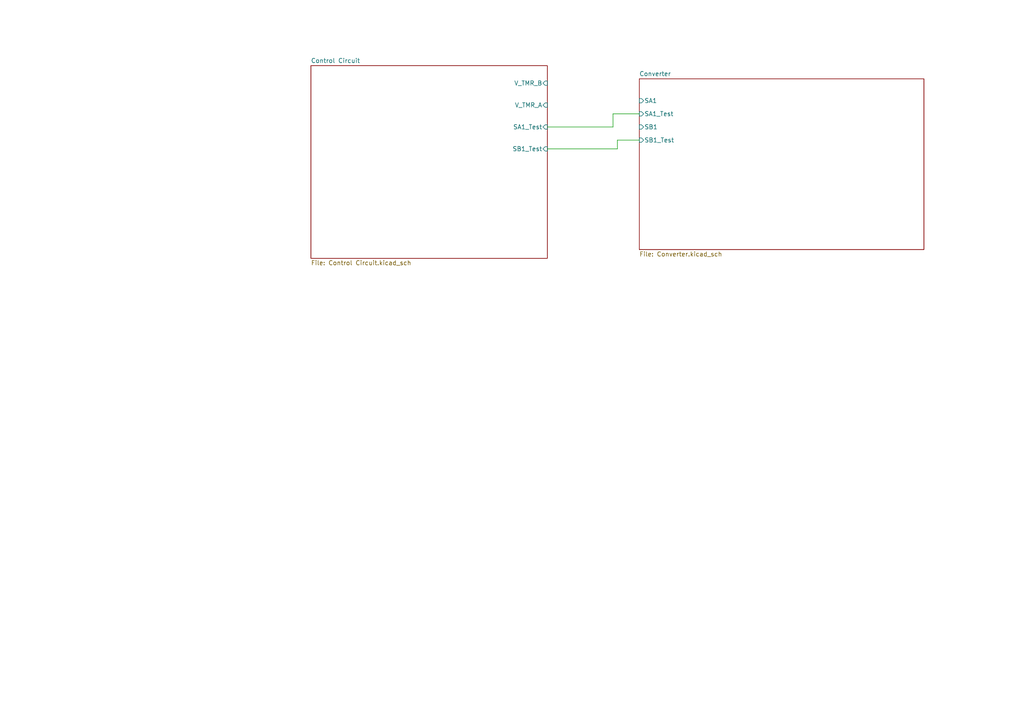
<source format=kicad_sch>
(kicad_sch
	(version 20231120)
	(generator "eeschema")
	(generator_version "8.0")
	(uuid "bc2abaea-3df6-4612-a878-52c5920d7b19")
	(paper "A4")
	(lib_symbols)
	(wire
		(pts
			(xy 179.07 43.18) (xy 179.07 40.64)
		)
		(stroke
			(width 0)
			(type default)
		)
		(uuid "3599845b-0c2d-4a0f-953e-f198cafb4837")
	)
	(wire
		(pts
			(xy 177.8 33.02) (xy 185.42 33.02)
		)
		(stroke
			(width 0)
			(type default)
		)
		(uuid "47f4d64f-b06b-4233-a2dc-0ba016cdeff1")
	)
	(wire
		(pts
			(xy 177.8 36.83) (xy 177.8 33.02)
		)
		(stroke
			(width 0)
			(type default)
		)
		(uuid "8a120684-df87-4ade-8af7-0e07a307461f")
	)
	(wire
		(pts
			(xy 158.75 36.83) (xy 177.8 36.83)
		)
		(stroke
			(width 0)
			(type default)
		)
		(uuid "919fd366-13e9-4f53-9dca-44c44a78aa9c")
	)
	(wire
		(pts
			(xy 179.07 40.64) (xy 185.42 40.64)
		)
		(stroke
			(width 0)
			(type default)
		)
		(uuid "b6da39c5-3b90-4154-8576-9ef3f3c4d5a1")
	)
	(wire
		(pts
			(xy 158.75 43.18) (xy 179.07 43.18)
		)
		(stroke
			(width 0)
			(type default)
		)
		(uuid "d01dd7b8-7796-46ba-9ed7-61da74ac5cd9")
	)
	(sheet
		(at 185.42 22.86)
		(size 82.55 49.53)
		(fields_autoplaced yes)
		(stroke
			(width 0.1524)
			(type solid)
		)
		(fill
			(color 0 0 0 0.0000)
		)
		(uuid "00797a3b-3f3d-4c4a-a463-9602c69fe5b8")
		(property "Sheetname" "Converter"
			(at 185.42 22.1484 0)
			(effects
				(font
					(size 1.27 1.27)
				)
				(justify left bottom)
			)
		)
		(property "Sheetfile" "Converter.kicad_sch"
			(at 185.42 72.9746 0)
			(effects
				(font
					(size 1.27 1.27)
				)
				(justify left top)
			)
		)
		(pin "SA1" input
			(at 185.42 29.21 180)
			(effects
				(font
					(size 1.27 1.27)
				)
				(justify left)
			)
			(uuid "86047f46-4f29-4d17-87eb-53d4223495ee")
		)
		(pin "SA1_Test" input
			(at 185.42 33.02 180)
			(effects
				(font
					(size 1.27 1.27)
				)
				(justify left)
			)
			(uuid "d08bd1dc-ecf3-4aa5-9670-d3aabfe77c77")
		)
		(pin "SB1" input
			(at 185.42 36.83 180)
			(effects
				(font
					(size 1.27 1.27)
				)
				(justify left)
			)
			(uuid "735a1d2d-a78b-4adb-8877-462378a60879")
		)
		(pin "SB1_Test" input
			(at 185.42 40.64 180)
			(effects
				(font
					(size 1.27 1.27)
				)
				(justify left)
			)
			(uuid "9696a971-f526-42ae-88c5-9e667deb29ab")
		)
		(instances
			(project "ZVS Converter"
				(path "/bc2abaea-3df6-4612-a878-52c5920d7b19"
					(page "2")
				)
			)
		)
	)
	(sheet
		(at 90.17 19.05)
		(size 68.58 55.88)
		(fields_autoplaced yes)
		(stroke
			(width 0.1524)
			(type solid)
		)
		(fill
			(color 0 0 0 0.0000)
		)
		(uuid "27d3854a-a72d-46ce-a48c-764929d90498")
		(property "Sheetname" "Control Circuit"
			(at 90.17 18.3384 0)
			(effects
				(font
					(size 1.27 1.27)
				)
				(justify left bottom)
			)
		)
		(property "Sheetfile" "Control Circuit.kicad_sch"
			(at 90.17 75.5146 0)
			(effects
				(font
					(size 1.27 1.27)
				)
				(justify left top)
			)
		)
		(pin "V_TMR_B" input
			(at 158.75 24.13 0)
			(effects
				(font
					(size 1.27 1.27)
				)
				(justify right)
			)
			(uuid "c3e1554b-4c87-422f-b678-52f41af512b2")
		)
		(pin "V_TMR_A" input
			(at 158.75 30.48 0)
			(effects
				(font
					(size 1.27 1.27)
				)
				(justify right)
			)
			(uuid "a3306395-e1fa-41ac-9970-c51414df7654")
		)
		(pin "SA1_Test" input
			(at 158.75 36.83 0)
			(effects
				(font
					(size 1.27 1.27)
				)
				(justify right)
			)
			(uuid "8d1f2a80-25cc-421d-a29c-f432933a2b3e")
		)
		(pin "SB1_Test" input
			(at 158.75 43.18 0)
			(effects
				(font
					(size 1.27 1.27)
				)
				(justify right)
			)
			(uuid "94d6615e-a242-4303-82a4-5623531c5b6d")
		)
		(instances
			(project "ZVS Converter"
				(path "/bc2abaea-3df6-4612-a878-52c5920d7b19"
					(page "3")
				)
			)
		)
	)
	(sheet_instances
		(path "/"
			(page "1")
		)
	)
)

</source>
